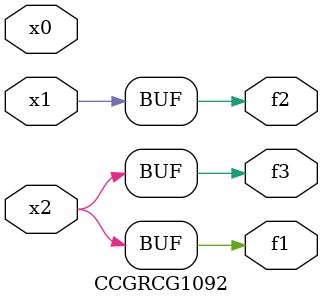
<source format=v>
module CCGRCG1092(
	input x0, x1, x2,
	output f1, f2, f3
);
	assign f1 = x2;
	assign f2 = x1;
	assign f3 = x2;
endmodule

</source>
